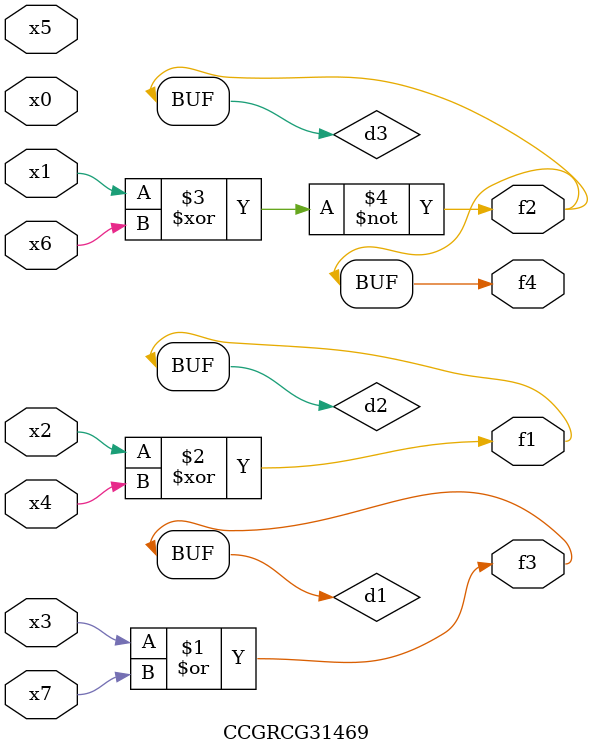
<source format=v>
module CCGRCG31469(
	input x0, x1, x2, x3, x4, x5, x6, x7,
	output f1, f2, f3, f4
);

	wire d1, d2, d3;

	or (d1, x3, x7);
	xor (d2, x2, x4);
	xnor (d3, x1, x6);
	assign f1 = d2;
	assign f2 = d3;
	assign f3 = d1;
	assign f4 = d3;
endmodule

</source>
